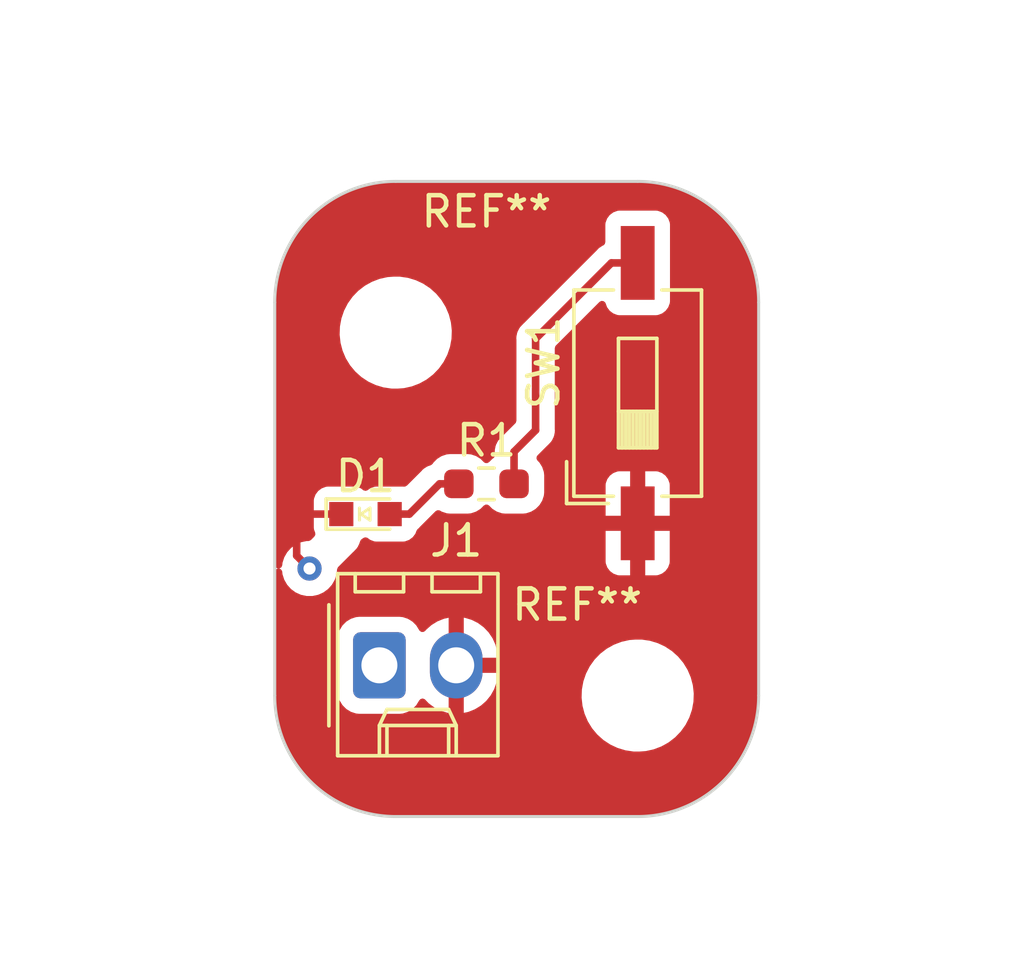
<source format=kicad_pcb>
(kicad_pcb (version 20221018) (generator pcbnew)
  (title_block (title "LED Circuit Project") (date "2023-09-18") (rev "1.0") (company "Illini Solar Car") (comment 1 "Designed By: Ryan Chiou"))
  (layers (0 "F.Cu" signal) (31 "B.Cu" signal) (34 "B.Paste" user) (35 "F.Paste" user) (36 "B.SilkS" user "B.Silkscreen") (37 "F.SilkS" user "F.Silkscreen") (38 "B.Mask" user) (39 "F.Mask" user) (44 "Edge.Cuts" user))
  (net 0 "")
  (net 1 "GND")
  (net 2 "Net-(D1-A)")
  (net 3 "Net-(R1-Pad2)")
  (net 4 "+3V3")
  (footprint "MountingHole:MountingHole_3.2mm_M3" (layer "F.Cu") (at 115 72)
    (fp_text reference "REF**" (at -2 -3) (layer "F.SilkS"))
    (fp_text value "MountingHole_3.2mm_M3")
    (pad "" np_thru_hole circle (at 0 0) (size 3.2 3.2) (drill 3.2) (layers "F&B.Cu" "*.Mask"))
  )
  (footprint "Connector_Molex:Molex_KK-254_AE-6410-02A_1x02_P2.54mm_Vertical" (layer "F.Cu") (at 106.46 71)
    (fp_text reference "J1" (at 2.54 -4.12) (layer "F.SilkS"))
    (fp_text value "Conn_01x02")
    (fp_line (start -1.67 -2) (end -1.67 2) (stroke (width 0.12)) (layer "F.SilkS"))
    (fp_line (start -1.38 -3.03) (end -1.38 2.99) (stroke (width 0.12)) (layer "F.SilkS"))
    (fp_line (start -1.38 2.99) (end 3.92 2.99) (stroke (width 0.12)) (layer "F.SilkS"))
    (fp_line (start -0.8 -3.03) (end -0.8 -2.43) (stroke (width 0.12)) (layer "F.SilkS"))
    (fp_line (start -0.8 -2.43) (end 0.8 -2.43) (stroke (width 0.12)) (layer "F.SilkS"))
    (fp_line (start 0 1.99) (end 0.25 1.46) (stroke (width 0.12)) (layer "F.SilkS"))
    (fp_line (start 0 1.99) (end 2.54 1.99) (stroke (width 0.12)) (layer "F.SilkS"))
    (fp_line (start 0 2.99) (end 0 1.99) (stroke (width 0.12)) (layer "F.SilkS"))
    (fp_line (start 0.25 1.46) (end 2.29 1.46) (stroke (width 0.12)) (layer "F.SilkS"))
    (fp_line (start 0.25 2.99) (end 0.25 1.99) (stroke (width 0.12)) (layer "F.SilkS"))
    (fp_line (start 0.8 -2.43) (end 0.8 -3.03) (stroke (width 0.12)) (layer "F.SilkS"))
    (fp_line (start 1.74 -3.03) (end 1.74 -2.43) (stroke (width 0.12)) (layer "F.SilkS"))
    (fp_line (start 1.74 -2.43) (end 3.34 -2.43) (stroke (width 0.12)) (layer "F.SilkS"))
    (fp_line (start 2.29 1.46) (end 2.54 1.99) (stroke (width 0.12)) (layer "F.SilkS"))
    (fp_line (start 2.29 2.99) (end 2.29 1.99) (stroke (width 0.12)) (layer "F.SilkS"))
    (fp_line (start 2.54 1.99) (end 2.54 2.99) (stroke (width 0.12)) (layer "F.SilkS"))
    (fp_line (start 3.34 -2.43) (end 3.34 -3.03) (stroke (width 0.12)) (layer "F.SilkS"))
    (fp_line (start 3.92 -3.03) (end -1.38 -3.03) (stroke (width 0.12)) (layer "F.SilkS"))
    (fp_line (start 3.92 2.99) (end 3.92 -3.03) (stroke (width 0.12)) (layer "F.SilkS"))
    (pad "1" thru_hole roundrect (at 0 0) (size 1.74 2.19) (drill 1.19) (layers "*.Cu" "*.Mask") (roundrect_rratio 0.143678) (net 1 "GND"))
    (pad "2" thru_hole oval (at 2.54 0) (size 1.74 2.19) (drill 1.19) (layers "*.Cu" "*.Mask") (net 4 "+3V3"))
  )
  (footprint "MountingHole:MountingHole_3.2mm_M3" (layer "F.Cu") (at 107 60)
    (fp_text reference "REF**" (at 3 -4) (layer "F.SilkS"))
    (fp_text value "MountingHole_3.2mm_M3")
    (pad "" np_thru_hole circle (at 0 0) (size 3.2 3.2) (drill 3.2) (layers "*.Cu" "*.Mask"))
  )
  (footprint "layout:LED_0603_Symbol_on_F.SilkS" (layer "F.Cu") (at 106 66)
    (fp_text reference "D1" (at 0 -1.25) (layer "F.SilkS"))
    (fp_text value "LED_RED")
    (fp_line (start -1.3 -0.5) (end -1.3 0.5) (stroke (width 0.12)) (layer "F.SilkS"))
    (fp_line (start -1.3 -0.5) (end 0.8 -0.5) (stroke (width 0.12)) (layer "F.SilkS"))
    (fp_line (start -1.3 0.5) (end 0.8 0.5) (stroke (width 0.12)) (layer "F.SilkS"))
    (fp_line (start -0.2 -0.2) (end -0.2 0.2) (stroke (width 0.1)) (layer "F.SilkS"))
    (fp_line (start -0.15 0) (end 0.15 -0.2) (stroke (width 0.1)) (layer "F.SilkS"))
    (fp_line (start 0.15 -0.2) (end 0.15 0.2) (stroke (width 0.1)) (layer "F.SilkS"))
    (fp_line (start 0.15 0.2) (end -0.15 0) (stroke (width 0.1)) (layer "F.SilkS"))
    (pad "1" smd rect (at -0.8 0 180) (size 0.8 0.8) (layers "F.Cu" "F.Paste" "F.Mask") (net 1 "GND"))
    (pad "2" smd rect (at 0.8 0 180) (size 0.8 0.8) (layers "F.Cu" "F.Paste" "F.Mask") (net 2 "Net-(D1-A)"))
  )
  (footprint "Button_Switch_SMD:SW_DIP_SPSTx01_Slide_6.7x4.1mm_W8.61mm_P2.54mm_LowProfile" (layer "F.Cu") (at 115 62 90)
    (fp_text reference "SW1" (at 1 -3.11 90) (layer "F.SilkS"))
    (fp_text value "SW_Push")
    (fp_line (start -3.65 -2.35) (end -3.65 -0.967) (stroke (width 0.12)) (layer "F.SilkS"))
    (fp_line (start -3.65 -2.35) (end -2.267 -2.35) (stroke (width 0.12)) (layer "F.SilkS"))
    (fp_line (start -3.41 -2.11) (end -3.41 -0.8) (stroke (width 0.12)) (layer "F.SilkS"))
    (fp_line (start -3.41 -2.11) (end 3.41 -2.11) (stroke (width 0.12)) (layer "F.SilkS"))
    (fp_line (start -3.41 0.8) (end -3.41 2.11) (stroke (width 0.12)) (layer "F.SilkS"))
    (fp_line (start -3.41 2.11) (end 3.41 2.11) (stroke (width 0.12)) (layer "F.SilkS"))
    (fp_line (start -1.81 -0.635) (end -1.81 0.635) (stroke (width 0.12)) (layer "F.SilkS"))
    (fp_line (start -1.81 -0.515) (end -0.603333 -0.515) (stroke (width 0.12)) (layer "F.SilkS"))
    (fp_line (start -1.81 -0.395) (end -0.603333 -0.395) (stroke (width 0.12)) (layer "F.SilkS"))
    (fp_line (start -1.81 -0.275) (end -0.603333 -0.275) (stroke (width 0.12)) (layer "F.SilkS"))
    (fp_line (start -1.81 -0.155) (end -0.603333 -0.155) (stroke (width 0.12)) (layer "F.SilkS"))
    (fp_line (start -1.81 -0.035) (end -0.603333 -0.035) (stroke (width 0.12)) (layer "F.SilkS"))
    (fp_line (start -1.81 0.085) (end -0.603333 0.085) (stroke (width 0.12)) (layer "F.SilkS"))
    (fp_line (start -1.81 0.205) (end -0.603333 0.205) (stroke (width 0.12)) (layer "F.SilkS"))
    (fp_line (start -1.81 0.325) (end -0.603333 0.325) (stroke (width 0.12)) (layer "F.SilkS"))
    (fp_line (start -1.81 0.445) (end -0.603333 0.445) (stroke (width 0.12)) (layer "F.SilkS"))
    (fp_line (start -1.81 0.565) (end -0.603333 0.565) (stroke (width 0.12)) (layer "F.SilkS"))
    (fp_line (start -1.81 0.635) (end 1.81 0.635) (stroke (width 0.12)) (layer "F.SilkS"))
    (fp_line (start -0.603333 -0.635) (end -0.603333 0.635) (stroke (width 0.12)) (layer "F.SilkS"))
    (fp_line (start 1.81 -0.635) (end -1.81 -0.635) (stroke (width 0.12)) (layer "F.SilkS"))
    (fp_line (start 1.81 0.635) (end 1.81 -0.635) (stroke (width 0.12)) (layer "F.SilkS"))
    (fp_line (start 3.41 -2.11) (end 3.41 -0.8) (stroke (width 0.12)) (layer "F.SilkS"))
    (fp_line (start 3.41 0.8) (end 3.41 2.11) (stroke (width 0.12)) (layer "F.SilkS"))
    (pad "1" smd rect (at -4.305 0 90) (size 2.44 1.12) (layers "F.Cu" "F.Paste" "F.Mask") (net 4 "+3V3"))
    (pad "2" smd rect (at 4.305 0 90) (size 2.44 1.12) (layers "F.Cu" "F.Paste" "F.Mask") (net 3 "Net-(R1-Pad2)"))
  )
  (footprint "Resistor_SMD:R_0603_1608Metric_Pad0.98x0.95mm_HandSolder" (layer "F.Cu") (at 110 65)
    (fp_text reference "R1" (at 0 -1.43) (layer "F.SilkS"))
    (fp_text value "105")
    (fp_line (start -0.254724 -0.5225) (end 0.254724 -0.5225) (stroke (width 0.12)) (layer "F.SilkS"))
    (fp_line (start -0.254724 0.5225) (end 0.254724 0.5225) (stroke (width 0.12)) (layer "F.SilkS"))
    (pad "1" smd roundrect (at -0.9125 0) (size 0.975 0.95) (layers "F.Cu" "F.Paste" "F.Mask") (net 2 "Net-(D1-A)"))
    (pad "2" smd roundrect (at 0.9125 0) (size 0.975 0.95) (layers "F.Cu" "F.Paste" "F.Mask") (net 3 "Net-(R1-Pad2)"))
  )
  (gr_arc (start 103 59) (mid 104.171573 56.171573) (end 107 55) (stroke (width 0.1)) (layer "Edge.Cuts"))
  (gr_line (start 107 76) (end 115 76) (stroke (width 0.1)) (layer "Edge.Cuts"))
  (gr_arc (start 107 76) (mid 104.171573 74.828427) (end 103 72) (stroke (width 0.1)) (layer "Edge.Cuts"))
  (gr_line (start 119 72) (end 119 59) (stroke (width 0.1)) (layer "Edge.Cuts"))
  (gr_arc (start 119 72) (mid 117.828427 74.828427) (end 115 76) (stroke (width 0.1)) (layer "Edge.Cuts"))
  (gr_line (start 115 55) (end 107 55) (stroke (width 0.1)) (layer "Edge.Cuts"))
  (gr_arc (start 115 55) (mid 117.828427 56.171573) (end 119 59) (stroke (width 0.1)) (layer "Edge.Cuts"))
  (gr_line (start 103 59) (end 103 72) (stroke (width 0.1)) (layer "Edge.Cuts"))
  (segment (start 105.2 66) (end 104.175 66) (width 0.25) (layer "F.Cu") (net 1))
  (segment (start 103.725 67.375) (end 104.15 67.8) (width 0.25) (layer "F.Cu") (net 1))
  (segment (start 104.175 66) (end 103.725 66.45) (width 0.25) (layer "F.Cu") (net 1))
  (segment (start 103.725 66.45) (end 103.725 67.375) (width 0.25) (layer "F.Cu") (net 1))
  (via (at 104.15 67.8) (size 0.8) (drill 0.4) (layers "F.Cu" "B.Cu") (net 1))
  (segment (start 108.45 65) (end 109.0875 65) (width 0.25) (layer "F.Cu") (net 2))
  (segment (start 106.8 66) (end 107.45 66) (width 0.25) (layer "F.Cu") (net 2))
  (segment (start 107.45 66) (end 108.45 65) (width 0.25) (layer "F.Cu") (net 2))
  (segment (start 111.625 60.2) (end 111.625 63.225) (width 0.25) (layer "F.Cu") (net 3))
  (segment (start 111.625 63.225) (end 110.9125 63.9375) (width 0.25) (layer "F.Cu") (net 3))
  (segment (start 110.9125 63.9375) (end 110.9125 65) (width 0.25) (layer "F.Cu") (net 3))
  (segment (start 114.13 57.695) (end 111.625 60.2) (width 0.25) (layer "F.Cu") (net 3))
  (segment (start 115 57.695) (end 114.13 57.695) (width 0.25) (layer "F.Cu") (net 3))
  (zone (net 4) (net_name "+3V3") (layer "F.Cu") (connect_pads (clearance 0.508)) (min_thickness 0.25) (fill yes (thermal_gap 0.5) (thermal_bridge_width 0.5))
    (polygon (pts (xy 103 55) (xy 119 55) (xy 119 76) (xy 103 76)))
  )
)
</source>
